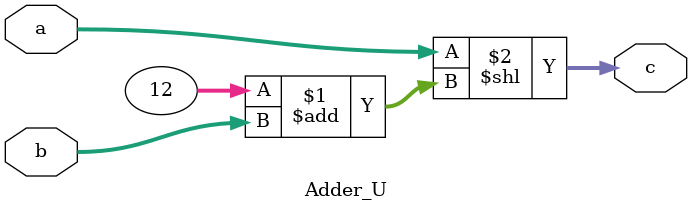
<source format=v>
module Adder_U(
    input [31:0] a,
    input [31:0] b,

    output [31:0] c
);
    assign c = a << 12 + b; // chân a phải đấu với imm
endmodule


</source>
